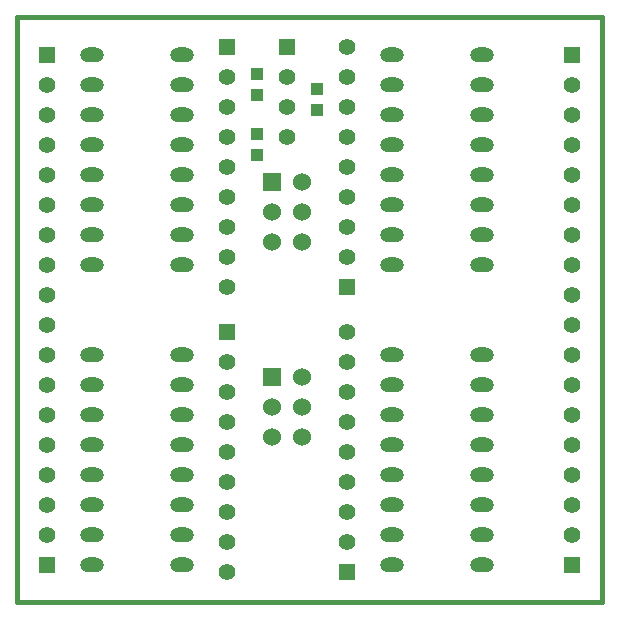
<source format=gts>
G04 (created by PCBNEW-RS274X (2011-07-08)-stable) date Sun 02 Oct 2011 11:42:34 AM CEST*
G01*
G70*
G90*
%MOIN*%
G04 Gerber Fmt 3.4, Leading zero omitted, Abs format*
%FSLAX34Y34*%
G04 APERTURE LIST*
%ADD10C,0.006000*%
%ADD11C,0.015000*%
%ADD12R,0.043300X0.039300*%
%ADD13R,0.060000X0.060000*%
%ADD14C,0.060000*%
%ADD15R,0.055000X0.055000*%
%ADD16C,0.055000*%
%ADD17O,0.080000X0.050000*%
G04 APERTURE END LIST*
G54D10*
G54D11*
X76250Y-13750D02*
X76250Y-33250D01*
X56750Y-13750D02*
X76250Y-13750D01*
X56750Y-33250D02*
X76250Y-33250D01*
X56750Y-13750D02*
X56750Y-33250D01*
G54D12*
X64750Y-16334D03*
X64750Y-15666D03*
X66750Y-16834D03*
X66750Y-16166D03*
X64750Y-18334D03*
X64750Y-17666D03*
G54D13*
X65250Y-25750D03*
G54D14*
X66250Y-25750D03*
X65250Y-26750D03*
X66250Y-26750D03*
X65250Y-27750D03*
X66250Y-27750D03*
G54D13*
X65250Y-19250D03*
G54D14*
X66250Y-19250D03*
X65250Y-20250D03*
X66250Y-20250D03*
X65250Y-21250D03*
X66250Y-21250D03*
G54D15*
X65750Y-14750D03*
G54D16*
X65750Y-15750D03*
X65750Y-16750D03*
X65750Y-17750D03*
G54D15*
X67750Y-32250D03*
G54D16*
X67750Y-31250D03*
X67750Y-30250D03*
X67750Y-29250D03*
X67750Y-28250D03*
X67750Y-27250D03*
X67750Y-26250D03*
X67750Y-25250D03*
X67750Y-24250D03*
G54D15*
X67750Y-22750D03*
G54D16*
X67750Y-21750D03*
X67750Y-20750D03*
X67750Y-19750D03*
X67750Y-18750D03*
X67750Y-17750D03*
X67750Y-16750D03*
X67750Y-15750D03*
X67750Y-14750D03*
G54D15*
X63750Y-24250D03*
G54D16*
X63750Y-25250D03*
X63750Y-26250D03*
X63750Y-27250D03*
X63750Y-28250D03*
X63750Y-29250D03*
X63750Y-30250D03*
X63750Y-31250D03*
X63750Y-32250D03*
G54D15*
X63750Y-14750D03*
G54D16*
X63750Y-15750D03*
X63750Y-16750D03*
X63750Y-17750D03*
X63750Y-18750D03*
X63750Y-19750D03*
X63750Y-20750D03*
X63750Y-21750D03*
X63750Y-22750D03*
G54D15*
X75250Y-32000D03*
G54D16*
X75250Y-31000D03*
X75250Y-30000D03*
X75250Y-29000D03*
X75250Y-28000D03*
X75250Y-27000D03*
X75250Y-26000D03*
X75250Y-25000D03*
X75250Y-24000D03*
G54D15*
X75250Y-15000D03*
G54D16*
X75250Y-16000D03*
X75250Y-17000D03*
X75250Y-18000D03*
X75250Y-19000D03*
X75250Y-20000D03*
X75250Y-21000D03*
X75250Y-22000D03*
X75250Y-23000D03*
G54D15*
X57750Y-32000D03*
G54D16*
X57750Y-31000D03*
X57750Y-30000D03*
X57750Y-29000D03*
X57750Y-28000D03*
X57750Y-27000D03*
X57750Y-26000D03*
X57750Y-25000D03*
X57750Y-24000D03*
G54D15*
X57750Y-15000D03*
G54D16*
X57750Y-16000D03*
X57750Y-17000D03*
X57750Y-18000D03*
X57750Y-19000D03*
X57750Y-20000D03*
X57750Y-21000D03*
X57750Y-22000D03*
X57750Y-23000D03*
G54D17*
X59250Y-15000D03*
X59250Y-16000D03*
X59250Y-17000D03*
X59250Y-18000D03*
X59250Y-19000D03*
X59250Y-20000D03*
X59250Y-21000D03*
X59250Y-22000D03*
X62250Y-22000D03*
X62250Y-21000D03*
X62250Y-20000D03*
X62250Y-19000D03*
X62250Y-18000D03*
X62250Y-17000D03*
X62250Y-16000D03*
X62250Y-15000D03*
X72250Y-22000D03*
X72250Y-21000D03*
X72250Y-20000D03*
X72250Y-19000D03*
X72250Y-18000D03*
X72250Y-17000D03*
X72250Y-16000D03*
X72250Y-15000D03*
X69250Y-15000D03*
X69250Y-16000D03*
X69250Y-17000D03*
X69250Y-18000D03*
X69250Y-19000D03*
X69250Y-20000D03*
X69250Y-21000D03*
X69250Y-22000D03*
X72250Y-32000D03*
X72250Y-31000D03*
X72250Y-30000D03*
X72250Y-29000D03*
X72250Y-28000D03*
X72250Y-27000D03*
X72250Y-26000D03*
X72250Y-25000D03*
X69250Y-25000D03*
X69250Y-26000D03*
X69250Y-27000D03*
X69250Y-28000D03*
X69250Y-29000D03*
X69250Y-30000D03*
X69250Y-31000D03*
X69250Y-32000D03*
X59250Y-25000D03*
X59250Y-26000D03*
X59250Y-27000D03*
X59250Y-28000D03*
X59250Y-29000D03*
X59250Y-30000D03*
X59250Y-31000D03*
X59250Y-32000D03*
X62250Y-32000D03*
X62250Y-31000D03*
X62250Y-30000D03*
X62250Y-29000D03*
X62250Y-28000D03*
X62250Y-27000D03*
X62250Y-26000D03*
X62250Y-25000D03*
M02*

</source>
